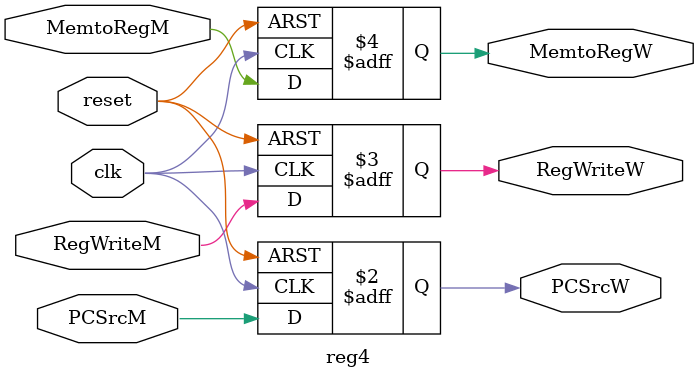
<source format=v>
module reg4(
    clk,
    reset,
    PCSrcM,
    RegWriteM,
    MemtoRegM,
    PCSrcW,
    RegWriteW,
    MemtoRegW
);
    input wire clk;
    input wire reset;
    
    input wire PCSrcM;
    input wire RegWriteM;
    input wire MemtoRegM;
    
    output reg PCSrcW;
    output reg RegWriteW;
    output reg MemtoRegW;
    
    always @(posedge clk, posedge reset) begin
        if (reset) begin
            PCSrcW <= 0;
            RegWriteW <= 0;
            MemtoRegW <= 0;
        end
        else begin
            PCSrcW <= PCSrcM;
            RegWriteW <= RegWriteM;
            MemtoRegW <= MemtoRegM;
        end
    end
endmodule

</source>
